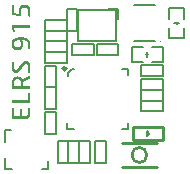
<source format=gto>
G04*
G04 #@! TF.GenerationSoftware,Altium Limited,Altium Designer,20.0.1 (14)*
G04*
G04 Layer_Color=65535*
%FSLAX44Y44*%
%MOMM*%
G71*
G01*
G75*
%ADD10C,0.2540*%
%ADD11C,0.1000*%
%ADD12C,0.1800*%
%ADD13C,0.1778*%
%ADD14C,0.1524*%
%ADD15C,0.2200*%
%ADD16C,0.1500*%
%ADD17C,0.2032*%
G36*
X20483Y146774D02*
X20603D01*
X20747Y146762D01*
X20903Y146750D01*
X21071Y146738D01*
X21444Y146678D01*
X21840Y146606D01*
X22237Y146498D01*
X22609Y146354D01*
X22621D01*
X22657Y146330D01*
X22705Y146306D01*
X22765Y146270D01*
X22850Y146234D01*
X22946Y146174D01*
X23162Y146041D01*
X23414Y145873D01*
X23666Y145669D01*
X23919Y145429D01*
X24159Y145153D01*
X24171Y145140D01*
X24183Y145116D01*
X24219Y145080D01*
X24255Y145020D01*
X24303Y144948D01*
X24363Y144852D01*
X24423Y144756D01*
X24483Y144636D01*
X24555Y144516D01*
X24628Y144372D01*
X24760Y144059D01*
X24892Y143711D01*
X25000Y143326D01*
Y143314D01*
X25012Y143278D01*
X25024Y143218D01*
X25036Y143146D01*
X25060Y143038D01*
X25084Y142918D01*
X25108Y142786D01*
X25120Y142641D01*
X25144Y142473D01*
X25168Y142293D01*
X25192Y142089D01*
X25216Y141885D01*
X25240Y141440D01*
X25252Y140971D01*
Y140659D01*
X25240Y140539D01*
Y140251D01*
X25216Y139914D01*
X25192Y139542D01*
X25168Y139157D01*
X25120Y138785D01*
Y138773D01*
X25108Y138737D01*
Y138689D01*
X25096Y138617D01*
X25084Y138521D01*
X25072Y138425D01*
X25048Y138304D01*
X25024Y138172D01*
X24976Y137872D01*
X24916Y137535D01*
X24832Y137175D01*
X24748Y136803D01*
X22922Y137019D01*
Y137031D01*
X22934Y137067D01*
X22946Y137115D01*
X22958Y137187D01*
X22982Y137271D01*
X23006Y137379D01*
X23030Y137487D01*
X23054Y137620D01*
X23114Y137908D01*
X23174Y138232D01*
X23234Y138569D01*
X23294Y138917D01*
Y138965D01*
X23306Y139013D01*
X23318Y139073D01*
X23330Y139157D01*
Y139265D01*
X23342Y139374D01*
X23354Y139506D01*
X23378Y139794D01*
X23402Y140119D01*
X23414Y140467D01*
X23426Y140839D01*
Y141032D01*
X23414Y141116D01*
Y141296D01*
X23402Y141512D01*
X23378Y141752D01*
X23306Y142245D01*
Y142257D01*
X23294Y142269D01*
Y142305D01*
X23282Y142353D01*
X23246Y142473D01*
X23198Y142629D01*
X23126Y142798D01*
X23042Y142990D01*
X22946Y143170D01*
X22825Y143350D01*
X22813Y143374D01*
X22765Y143422D01*
X22681Y143506D01*
X22573Y143615D01*
X22441Y143735D01*
X22273Y143855D01*
X22093Y143963D01*
X21876Y144071D01*
X21864D01*
X21852Y144083D01*
X21816Y144095D01*
X21768Y144107D01*
X21708Y144131D01*
X21636Y144155D01*
X21456Y144203D01*
X21240Y144251D01*
X20963Y144299D01*
X20663Y144324D01*
X20326Y144335D01*
X20315D01*
X20290D01*
X20242D01*
X20182D01*
X20110Y144324D01*
X20014D01*
X19810Y144299D01*
X19582Y144275D01*
X19341Y144227D01*
X19101Y144155D01*
X18873Y144071D01*
X18861D01*
X18849Y144059D01*
X18777Y144023D01*
X18669Y143963D01*
X18536Y143891D01*
X18392Y143783D01*
X18248Y143663D01*
X18092Y143518D01*
X17960Y143362D01*
X17948Y143338D01*
X17900Y143278D01*
X17839Y143194D01*
X17767Y143062D01*
X17695Y142906D01*
X17611Y142714D01*
X17539Y142509D01*
X17479Y142281D01*
Y142269D01*
X17467Y142257D01*
Y142221D01*
X17455Y142173D01*
X17431Y142041D01*
X17407Y141873D01*
X17383Y141656D01*
X17359Y141416D01*
X17335Y141152D01*
Y140599D01*
X17347Y140503D01*
Y140395D01*
X17359Y140155D01*
X17383Y139878D01*
X17407Y139566D01*
X17443Y139229D01*
Y139193D01*
X17455Y139145D01*
X17467Y139073D01*
Y139001D01*
X17479Y138905D01*
X17515Y138689D01*
X17539Y138436D01*
X17575Y138160D01*
X17623Y137872D01*
X17659Y137596D01*
X17059Y137019D01*
X9610Y137680D01*
Y146318D01*
X11532D01*
Y139602D01*
X15653Y139242D01*
Y139254D01*
X15641Y139302D01*
X15629Y139374D01*
X15617Y139482D01*
X15605Y139614D01*
X15593Y139758D01*
X15569Y139938D01*
X15557Y140142D01*
Y140167D01*
X15545Y140239D01*
Y140347D01*
X15533Y140491D01*
X15521Y140659D01*
Y140839D01*
X15509Y141224D01*
Y141440D01*
X15521Y141548D01*
Y141668D01*
X15533Y141812D01*
Y141981D01*
X15569Y142329D01*
X15605Y142714D01*
X15665Y143110D01*
X15749Y143495D01*
Y143506D01*
X15761Y143543D01*
X15773Y143591D01*
X15797Y143663D01*
X15821Y143759D01*
X15845Y143855D01*
X15893Y143975D01*
X15929Y144095D01*
X16037Y144372D01*
X16170Y144660D01*
X16338Y144960D01*
X16530Y145237D01*
Y145249D01*
X16554Y145273D01*
X16590Y145309D01*
X16626Y145357D01*
X16746Y145489D01*
X16914Y145657D01*
X17119Y145837D01*
X17371Y146030D01*
X17659Y146210D01*
X17984Y146378D01*
X17996D01*
X18020Y146390D01*
X18080Y146414D01*
X18152Y146438D01*
X18236Y146474D01*
X18344Y146510D01*
X18464Y146546D01*
X18608Y146582D01*
X18765Y146618D01*
X18945Y146654D01*
X19125Y146690D01*
X19329Y146726D01*
X19546Y146750D01*
X19762Y146774D01*
X20254Y146786D01*
X20266D01*
X20315D01*
X20387D01*
X20483Y146774D01*
D02*
G37*
G36*
X25000Y127311D02*
X11700D01*
X12601Y123791D01*
X10655D01*
X9610Y127744D01*
Y129654D01*
X25000D01*
Y127311D01*
D02*
G37*
G36*
X17587Y119226D02*
X17780D01*
X18008Y119214D01*
X18260Y119202D01*
X18548Y119178D01*
X18837Y119154D01*
X19149Y119130D01*
X19798Y119046D01*
X20435Y118926D01*
X20747Y118853D01*
X21047Y118769D01*
X21059D01*
X21119Y118745D01*
X21191Y118721D01*
X21300Y118685D01*
X21432Y118637D01*
X21588Y118577D01*
X21756Y118505D01*
X21936Y118433D01*
X22333Y118241D01*
X22753Y118012D01*
X23162Y117748D01*
X23354Y117592D01*
X23534Y117436D01*
X23546Y117424D01*
X23570Y117400D01*
X23618Y117352D01*
X23691Y117280D01*
X23763Y117195D01*
X23847Y117099D01*
X23943Y116979D01*
X24051Y116847D01*
X24159Y116703D01*
X24267Y116535D01*
X24387Y116366D01*
X24495Y116174D01*
X24700Y115766D01*
X24784Y115549D01*
X24868Y115321D01*
Y115309D01*
X24880Y115261D01*
X24904Y115201D01*
X24928Y115105D01*
X24952Y114985D01*
X24988Y114841D01*
X25024Y114684D01*
X25060Y114504D01*
X25096Y114300D01*
X25132Y114084D01*
X25168Y113855D01*
X25192Y113615D01*
X25216Y113351D01*
X25240Y113087D01*
X25252Y112522D01*
Y112294D01*
X25240Y112198D01*
Y111969D01*
X25228Y111693D01*
X25204Y111381D01*
X25168Y111044D01*
X25132Y110684D01*
Y110636D01*
X25120Y110588D01*
X25108Y110515D01*
X25096Y110431D01*
X25084Y110335D01*
X25072Y110227D01*
X25048Y110107D01*
X25012Y109831D01*
X24964Y109530D01*
X24904Y109218D01*
X24844Y108906D01*
X22994Y109170D01*
Y109182D01*
X23006Y109206D01*
Y109254D01*
X23018Y109302D01*
X23042Y109374D01*
X23054Y109470D01*
X23078Y109566D01*
X23102Y109675D01*
X23150Y109927D01*
X23198Y110203D01*
X23258Y110515D01*
X23306Y110840D01*
Y110876D01*
X23318Y110924D01*
X23330Y110996D01*
Y111068D01*
X23342Y111164D01*
X23354Y111272D01*
X23366Y111393D01*
X23390Y111645D01*
X23402Y111933D01*
X23426Y112234D01*
Y112714D01*
X23414Y112798D01*
Y112906D01*
X23402Y113014D01*
X23390Y113147D01*
X23366Y113423D01*
X23330Y113711D01*
X23270Y114024D01*
X23186Y114324D01*
Y114336D01*
X23174Y114360D01*
X23162Y114396D01*
X23138Y114456D01*
X23114Y114528D01*
X23078Y114600D01*
X22994Y114793D01*
X22885Y114997D01*
X22741Y115225D01*
X22573Y115441D01*
X22369Y115658D01*
X22357Y115670D01*
X22345Y115682D01*
X22309Y115706D01*
X22261Y115742D01*
X22201Y115790D01*
X22141Y115850D01*
X21960Y115970D01*
X21732Y116102D01*
X21468Y116234D01*
X21168Y116366D01*
X20819Y116487D01*
X20807D01*
X20771Y116499D01*
X20723Y116511D01*
X20639Y116535D01*
X20555Y116559D01*
X20435Y116583D01*
X20302Y116607D01*
X20146Y116643D01*
X19990Y116667D01*
X19798Y116691D01*
X19606Y116715D01*
X19389Y116739D01*
X19161Y116763D01*
X18921Y116775D01*
X18669Y116787D01*
X18404D01*
Y116775D01*
X18416Y116751D01*
X18428Y116715D01*
X18440Y116655D01*
X18464Y116583D01*
X18488Y116499D01*
X18512Y116414D01*
X18548Y116306D01*
X18608Y116054D01*
X18669Y115778D01*
X18741Y115465D01*
X18801Y115141D01*
Y115129D01*
X18813Y115105D01*
Y115057D01*
X18825Y114985D01*
X18837Y114901D01*
X18849Y114805D01*
X18861Y114697D01*
X18873Y114576D01*
X18909Y114300D01*
X18933Y113988D01*
X18945Y113651D01*
X18957Y113303D01*
Y113195D01*
X18945Y113075D01*
Y112906D01*
X18921Y112702D01*
X18897Y112474D01*
X18873Y112210D01*
X18825Y111933D01*
X18765Y111633D01*
X18705Y111333D01*
X18621Y111020D01*
X18512Y110708D01*
X18392Y110395D01*
X18260Y110095D01*
X18092Y109807D01*
X17912Y109542D01*
X17900Y109530D01*
X17864Y109482D01*
X17803Y109422D01*
X17707Y109338D01*
X17587Y109230D01*
X17455Y109122D01*
X17275Y108990D01*
X17083Y108870D01*
X16854Y108749D01*
X16602Y108617D01*
X16314Y108509D01*
X16001Y108413D01*
X15665Y108317D01*
X15293Y108257D01*
X14884Y108209D01*
X14452Y108197D01*
X14440D01*
X14427D01*
X14391D01*
X14343D01*
X14223Y108209D01*
X14067Y108221D01*
X13863Y108245D01*
X13635Y108269D01*
X13382Y108317D01*
X13106Y108377D01*
X12818Y108449D01*
X12517Y108533D01*
X12205Y108653D01*
X11892Y108785D01*
X11592Y108942D01*
X11292Y109134D01*
X11004Y109350D01*
X10739Y109590D01*
X10727Y109602D01*
X10679Y109650D01*
X10607Y109735D01*
X10523Y109855D01*
X10427Y109999D01*
X10307Y110167D01*
X10187Y110371D01*
X10054Y110612D01*
X9922Y110876D01*
X9802Y111176D01*
X9682Y111501D01*
X9586Y111849D01*
X9490Y112234D01*
X9430Y112642D01*
X9381Y113075D01*
X9370Y113543D01*
Y113675D01*
X9381Y113783D01*
Y113904D01*
X9394Y114048D01*
X9406Y114204D01*
X9418Y114384D01*
X9442Y114564D01*
X9478Y114756D01*
X9550Y115177D01*
X9658Y115597D01*
X9802Y116006D01*
Y116018D01*
X9826Y116054D01*
X9850Y116114D01*
X9886Y116186D01*
X9934Y116282D01*
X9982Y116378D01*
X10054Y116499D01*
X10138Y116631D01*
X10331Y116919D01*
X10559Y117207D01*
X10847Y117508D01*
X11172Y117796D01*
X11184Y117808D01*
X11220Y117832D01*
X11268Y117868D01*
X11340Y117916D01*
X11436Y117976D01*
X11544Y118048D01*
X11676Y118120D01*
X11820Y118205D01*
X11989Y118289D01*
X12181Y118373D01*
X12373Y118469D01*
X12589Y118553D01*
X12818Y118649D01*
X13070Y118733D01*
X13322Y118805D01*
X13599Y118877D01*
X13611D01*
X13671Y118889D01*
X13743Y118913D01*
X13863Y118938D01*
X14007Y118961D01*
X14175Y118998D01*
X14379Y119022D01*
X14608Y119058D01*
X14848Y119094D01*
X15124Y119130D01*
X15425Y119154D01*
X15737Y119178D01*
X16085Y119202D01*
X16434Y119226D01*
X16806Y119238D01*
X17203D01*
X17215D01*
X17227D01*
X17263D01*
X17299D01*
X17419D01*
X17587Y119226D01*
D02*
G37*
G36*
X21720Y99198D02*
X21828Y99186D01*
X21936Y99174D01*
X22069Y99162D01*
X22345Y99114D01*
X22645Y99054D01*
X22946Y98958D01*
X23234Y98826D01*
X23246D01*
X23270Y98814D01*
X23306Y98790D01*
X23354Y98754D01*
X23486Y98670D01*
X23654Y98549D01*
X23847Y98393D01*
X24039Y98213D01*
X24243Y97997D01*
X24423Y97744D01*
Y97732D01*
X24447Y97708D01*
X24459Y97672D01*
X24495Y97624D01*
X24531Y97552D01*
X24580Y97480D01*
X24615Y97384D01*
X24664Y97276D01*
X24772Y97036D01*
X24880Y96747D01*
X24976Y96435D01*
X25060Y96074D01*
Y96062D01*
X25072Y96026D01*
Y95978D01*
X25084Y95906D01*
X25108Y95810D01*
X25120Y95702D01*
X25132Y95570D01*
X25156Y95438D01*
X25168Y95281D01*
X25192Y95113D01*
X25216Y94753D01*
X25240Y94344D01*
X25252Y93912D01*
Y93672D01*
X25240Y93539D01*
Y93383D01*
X25228Y93215D01*
X25216Y93035D01*
X25204Y92831D01*
X25192Y92614D01*
X25144Y92158D01*
X25072Y91689D01*
X24988Y91221D01*
Y91209D01*
X24976Y91161D01*
X24964Y91101D01*
X24940Y91017D01*
X24916Y90908D01*
X24892Y90788D01*
X24856Y90644D01*
X24820Y90488D01*
X24736Y90163D01*
X24652Y89803D01*
X24555Y89455D01*
X24447Y89106D01*
X22645Y89407D01*
Y89419D01*
X22657Y89443D01*
X22669Y89491D01*
X22693Y89563D01*
X22717Y89647D01*
X22741Y89743D01*
X22765Y89863D01*
X22801Y89983D01*
X22837Y90127D01*
X22885Y90284D01*
X22970Y90632D01*
X23066Y91017D01*
X23162Y91425D01*
Y91437D01*
X23174Y91473D01*
X23186Y91545D01*
X23198Y91629D01*
X23222Y91725D01*
X23246Y91858D01*
X23270Y92002D01*
X23294Y92158D01*
X23318Y92338D01*
X23342Y92530D01*
X23366Y92734D01*
X23390Y92951D01*
X23414Y93407D01*
X23426Y93888D01*
Y94008D01*
X23414Y94092D01*
Y94200D01*
X23402Y94320D01*
X23390Y94452D01*
X23378Y94597D01*
X23342Y94921D01*
X23270Y95258D01*
X23186Y95594D01*
X23066Y95906D01*
Y95918D01*
X23042Y95942D01*
X23030Y95978D01*
X22994Y96038D01*
X22898Y96159D01*
X22753Y96315D01*
X22657Y96387D01*
X22561Y96459D01*
X22453Y96519D01*
X22321Y96591D01*
X22177Y96639D01*
X22020Y96675D01*
X21852Y96699D01*
X21672Y96711D01*
X21660D01*
X21636D01*
X21600D01*
X21552Y96699D01*
X21480D01*
X21408Y96687D01*
X21228Y96639D01*
X21023Y96567D01*
X20795Y96471D01*
X20543Y96327D01*
X20423Y96231D01*
X20302Y96135D01*
X20290Y96123D01*
X20278Y96110D01*
X20242Y96074D01*
X20194Y96038D01*
X20062Y95906D01*
X19894Y95750D01*
X19702Y95534D01*
X19485Y95294D01*
X19257Y95017D01*
X19029Y94705D01*
X19017Y94693D01*
X19005Y94669D01*
X18969Y94621D01*
X18921Y94549D01*
X18861Y94477D01*
X18801Y94381D01*
X18717Y94272D01*
X18633Y94152D01*
X18440Y93876D01*
X18224Y93552D01*
X17996Y93215D01*
X17755Y92843D01*
X17743Y92831D01*
X17731Y92795D01*
X17695Y92746D01*
X17647Y92674D01*
X17587Y92590D01*
X17515Y92482D01*
X17431Y92362D01*
X17347Y92242D01*
X17143Y91954D01*
X16914Y91641D01*
X16662Y91305D01*
X16398Y90980D01*
X16386Y90968D01*
X16362Y90944D01*
X16326Y90896D01*
X16278Y90836D01*
X16206Y90764D01*
X16121Y90680D01*
X15941Y90476D01*
X15713Y90248D01*
X15449Y90007D01*
X15172Y89779D01*
X14872Y89551D01*
X14860D01*
X14836Y89527D01*
X14788Y89503D01*
X14728Y89467D01*
X14656Y89419D01*
X14560Y89370D01*
X14452Y89323D01*
X14343Y89274D01*
X14067Y89166D01*
X13767Y89070D01*
X13418Y89010D01*
X13238Y88998D01*
X13058Y88986D01*
X13046D01*
X13010D01*
X12962D01*
X12878Y88998D01*
X12794D01*
X12685Y89010D01*
X12577Y89022D01*
X12445Y89046D01*
X12169Y89094D01*
X11881Y89178D01*
X11592Y89286D01*
X11316Y89431D01*
X11304D01*
X11280Y89455D01*
X11244Y89479D01*
X11196Y89515D01*
X11063Y89611D01*
X10907Y89755D01*
X10727Y89923D01*
X10535Y90139D01*
X10343Y90380D01*
X10174Y90644D01*
Y90656D01*
X10150Y90680D01*
X10138Y90728D01*
X10102Y90776D01*
X10066Y90848D01*
X10030Y90944D01*
X9982Y91040D01*
X9934Y91161D01*
X9886Y91281D01*
X9838Y91425D01*
X9730Y91725D01*
X9634Y92074D01*
X9562Y92446D01*
Y92458D01*
X9550Y92494D01*
X9538Y92554D01*
X9526Y92626D01*
X9514Y92723D01*
X9502Y92843D01*
X9478Y92975D01*
X9466Y93119D01*
X9442Y93275D01*
X9430Y93455D01*
X9394Y93828D01*
X9381Y94248D01*
X9370Y94681D01*
Y95005D01*
X9381Y95161D01*
Y95342D01*
X9394Y95534D01*
X9406Y95738D01*
Y95834D01*
X9418Y95942D01*
X9430Y96074D01*
X9442Y96243D01*
X9454Y96423D01*
X9490Y96807D01*
Y96831D01*
X9502Y96891D01*
X9514Y97000D01*
X9526Y97132D01*
X9538Y97276D01*
X9562Y97432D01*
X9610Y97768D01*
Y97793D01*
X9622Y97840D01*
X9634Y97925D01*
X9658Y98033D01*
X9670Y98153D01*
X9694Y98285D01*
X9742Y98537D01*
X11592Y98333D01*
Y98321D01*
X11580Y98273D01*
X11568Y98201D01*
X11544Y98105D01*
X11532Y97985D01*
X11508Y97840D01*
X11484Y97684D01*
X11460Y97516D01*
Y97492D01*
X11448Y97432D01*
X11436Y97348D01*
X11412Y97228D01*
X11400Y97084D01*
X11376Y96916D01*
X11352Y96747D01*
X11328Y96555D01*
Y96531D01*
X11316Y96471D01*
X11304Y96375D01*
X11292Y96243D01*
X11280Y96098D01*
X11256Y95930D01*
X11244Y95750D01*
X11232Y95558D01*
Y95534D01*
X11220Y95474D01*
Y95378D01*
X11208Y95269D01*
Y95125D01*
X11196Y94981D01*
Y94429D01*
X11208Y94260D01*
Y94056D01*
X11220Y93840D01*
X11256Y93395D01*
Y93371D01*
X11268Y93299D01*
X11280Y93191D01*
X11304Y93059D01*
X11340Y92903D01*
X11388Y92734D01*
X11436Y92566D01*
X11508Y92398D01*
X11520Y92386D01*
X11544Y92326D01*
X11580Y92254D01*
X11640Y92170D01*
X11712Y92062D01*
X11796Y91954D01*
X11904Y91858D01*
X12025Y91761D01*
X12037Y91749D01*
X12085Y91725D01*
X12157Y91689D01*
X12253Y91653D01*
X12385Y91605D01*
X12529Y91569D01*
X12697Y91545D01*
X12890Y91533D01*
X12902D01*
X12914D01*
X12950D01*
X12998Y91545D01*
X13118Y91569D01*
X13274Y91605D01*
X13454Y91677D01*
X13671Y91773D01*
X13887Y91917D01*
X13995Y92002D01*
X14103Y92098D01*
X14115Y92110D01*
X14127Y92122D01*
X14163Y92158D01*
X14199Y92194D01*
X14319Y92326D01*
X14463Y92482D01*
X14632Y92687D01*
X14836Y92939D01*
X15040Y93215D01*
X15257Y93515D01*
X15268Y93527D01*
X15280Y93552D01*
X15317Y93600D01*
X15353Y93660D01*
X15413Y93744D01*
X15473Y93840D01*
X15545Y93948D01*
X15629Y94068D01*
X15809Y94344D01*
X16013Y94657D01*
X16230Y95005D01*
X16470Y95366D01*
X16482Y95378D01*
X16494Y95414D01*
X16530Y95462D01*
X16578Y95534D01*
X16638Y95618D01*
X16710Y95726D01*
X16794Y95846D01*
X16878Y95966D01*
X17083Y96255D01*
X17323Y96567D01*
X17575Y96891D01*
X17852Y97216D01*
X17864Y97228D01*
X17888Y97252D01*
X17924Y97300D01*
X17984Y97360D01*
X18044Y97432D01*
X18128Y97516D01*
X18224Y97612D01*
X18332Y97708D01*
X18572Y97937D01*
X18849Y98177D01*
X19161Y98405D01*
X19485Y98633D01*
X19497Y98645D01*
X19521Y98658D01*
X19570Y98681D01*
X19642Y98730D01*
X19726Y98766D01*
X19822Y98814D01*
X19942Y98874D01*
X20062Y98922D01*
X20206Y98982D01*
X20363Y99030D01*
X20687Y99126D01*
X21059Y99186D01*
X21252Y99198D01*
X21456Y99210D01*
X21468D01*
X21504D01*
X21552D01*
X21636D01*
X21720Y99198D01*
D02*
G37*
G36*
X25000Y84096D02*
X21744Y82883D01*
X21732D01*
X21720Y82871D01*
X21648Y82847D01*
X21540Y82811D01*
X21408Y82751D01*
X21252Y82691D01*
X21083Y82606D01*
X20735Y82438D01*
X20711Y82426D01*
X20663Y82402D01*
X20567Y82354D01*
X20459Y82282D01*
X20338Y82198D01*
X20206Y82114D01*
X20074Y82006D01*
X19942Y81886D01*
X19930Y81874D01*
X19882Y81826D01*
X19822Y81754D01*
X19750Y81669D01*
X19666Y81549D01*
X19582Y81417D01*
X19497Y81261D01*
X19425Y81093D01*
X19413Y81069D01*
X19389Y81009D01*
X19365Y80913D01*
X19329Y80780D01*
X19293Y80624D01*
X19257Y80432D01*
X19245Y80216D01*
X19233Y79987D01*
Y79639D01*
X19221Y79471D01*
Y79062D01*
X19209Y78846D01*
Y78786D01*
X19197Y78750D01*
X19185Y78630D01*
X19173Y78474D01*
X19149Y78293D01*
X19125Y78089D01*
X19089Y77861D01*
X19053Y77633D01*
X25000D01*
Y75206D01*
X9610D01*
Y80420D01*
X9622Y80552D01*
Y80696D01*
X9634Y80864D01*
Y81045D01*
X9658Y81237D01*
X9670Y81441D01*
X9706Y81874D01*
X9766Y82306D01*
X9850Y82727D01*
Y82739D01*
X9862Y82775D01*
X9874Y82835D01*
X9898Y82907D01*
X9922Y83003D01*
X9946Y83111D01*
X9994Y83243D01*
X10030Y83375D01*
X10138Y83664D01*
X10271Y83976D01*
X10439Y84289D01*
X10631Y84577D01*
X10643Y84589D01*
X10655Y84613D01*
X10691Y84649D01*
X10727Y84697D01*
X10859Y84829D01*
X11027Y84997D01*
X11232Y85178D01*
X11484Y85358D01*
X11784Y85538D01*
X12109Y85694D01*
X12121D01*
X12145Y85706D01*
X12205Y85730D01*
X12277Y85754D01*
X12361Y85778D01*
X12469Y85814D01*
X12589Y85850D01*
X12734Y85886D01*
X12890Y85910D01*
X13070Y85947D01*
X13250Y85983D01*
X13454Y86007D01*
X13671Y86031D01*
X13887Y86055D01*
X14379Y86067D01*
X14391D01*
X14416D01*
X14463D01*
X14536D01*
X14620Y86055D01*
X14704D01*
X14932Y86043D01*
X15184Y86007D01*
X15449Y85970D01*
X15725Y85910D01*
X15989Y85826D01*
X16001D01*
X16013Y85814D01*
X16049Y85802D01*
X16109Y85790D01*
X16230Y85730D01*
X16398Y85658D01*
X16578Y85574D01*
X16770Y85466D01*
X16975Y85346D01*
X17167Y85202D01*
X17191Y85190D01*
X17251Y85129D01*
X17335Y85045D01*
X17443Y84937D01*
X17575Y84793D01*
X17707Y84637D01*
X17839Y84457D01*
X17972Y84264D01*
X17984Y84241D01*
X18020Y84168D01*
X18080Y84060D01*
X18164Y83916D01*
X18248Y83736D01*
X18332Y83532D01*
X18416Y83315D01*
X18500Y83075D01*
Y83087D01*
X18512Y83111D01*
X18536Y83159D01*
X18560Y83219D01*
X18596Y83291D01*
X18633Y83375D01*
X18741Y83556D01*
X18885Y83772D01*
X19053Y83988D01*
X19245Y84192D01*
X19474Y84385D01*
X19485D01*
X19497Y84409D01*
X19546Y84433D01*
X19594Y84469D01*
X19654Y84505D01*
X19738Y84553D01*
X19822Y84613D01*
X19930Y84673D01*
X20050Y84733D01*
X20182Y84805D01*
X20326Y84877D01*
X20471Y84949D01*
X20819Y85093D01*
X21203Y85250D01*
X25000Y86619D01*
Y84096D01*
D02*
G37*
G36*
Y63300D02*
X9610D01*
Y65727D01*
X23174D01*
Y72298D01*
X25000D01*
Y63300D01*
D02*
G37*
G36*
Y54337D02*
X24988Y54229D01*
Y54085D01*
X24976Y53917D01*
X24952Y53712D01*
X24928Y53484D01*
X24892Y53244D01*
X24844Y52991D01*
X24784Y52727D01*
X24724Y52451D01*
X24640Y52187D01*
X24531Y51910D01*
X24423Y51658D01*
X24291Y51406D01*
X24135Y51177D01*
X24123Y51165D01*
X24099Y51129D01*
X24039Y51069D01*
X23967Y50997D01*
X23871Y50901D01*
X23763Y50805D01*
X23618Y50697D01*
X23462Y50589D01*
X23282Y50481D01*
X23078Y50372D01*
X22850Y50276D01*
X22597Y50180D01*
X22321Y50108D01*
X22020Y50048D01*
X21696Y50012D01*
X21348Y50000D01*
X9610D01*
Y59227D01*
X11436D01*
Y52427D01*
X16206D01*
Y58554D01*
X18032D01*
Y52427D01*
X21372D01*
X21384D01*
X21420D01*
X21468D01*
X21540Y52439D01*
X21624D01*
X21720Y52463D01*
X21936Y52499D01*
X22165Y52571D01*
X22405Y52667D01*
X22609Y52811D01*
X22705Y52895D01*
X22789Y52991D01*
Y53004D01*
X22801Y53016D01*
X22825Y53052D01*
X22850Y53100D01*
X22873Y53148D01*
X22910Y53220D01*
X22982Y53400D01*
X23054Y53616D01*
X23114Y53881D01*
X23162Y54181D01*
X23174Y54529D01*
Y59527D01*
X25000D01*
Y54337D01*
D02*
G37*
%LPC*%
G36*
X16506Y116787D02*
X16494D01*
X16458D01*
X16410D01*
X16338D01*
X16254D01*
X16145D01*
X16025Y116775D01*
X15905D01*
X15605Y116763D01*
X15280Y116751D01*
X14944Y116727D01*
X14584Y116691D01*
X14572D01*
X14536D01*
X14488Y116679D01*
X14427Y116667D01*
X14343Y116655D01*
X14247Y116643D01*
X14139Y116619D01*
X14019Y116607D01*
X13755Y116547D01*
X13466Y116463D01*
X13178Y116378D01*
X12890Y116258D01*
X12878D01*
X12854Y116246D01*
X12818Y116222D01*
X12770Y116198D01*
X12625Y116114D01*
X12457Y116006D01*
X12253Y115874D01*
X12049Y115706D01*
X11856Y115501D01*
X11664Y115273D01*
Y115261D01*
X11640Y115249D01*
X11616Y115201D01*
X11592Y115153D01*
X11556Y115093D01*
X11520Y115009D01*
X11472Y114913D01*
X11424Y114817D01*
X11388Y114697D01*
X11340Y114564D01*
X11304Y114420D01*
X11268Y114264D01*
X11220Y113916D01*
X11196Y113531D01*
Y113399D01*
X11208Y113315D01*
X11220Y113195D01*
X11244Y113062D01*
X11268Y112918D01*
X11304Y112762D01*
X11352Y112594D01*
X11412Y112426D01*
X11472Y112246D01*
X11556Y112065D01*
X11664Y111885D01*
X11772Y111717D01*
X11904Y111549D01*
X12061Y111393D01*
X12073Y111381D01*
X12097Y111356D01*
X12145Y111320D01*
X12217Y111272D01*
X12301Y111212D01*
X12409Y111140D01*
X12529Y111068D01*
X12673Y110996D01*
X12830Y110924D01*
X12998Y110852D01*
X13190Y110780D01*
X13394Y110720D01*
X13623Y110672D01*
X13863Y110636D01*
X14115Y110612D01*
X14379Y110600D01*
X14391D01*
X14452D01*
X14524D01*
X14632Y110612D01*
X14752Y110624D01*
X14896Y110636D01*
X15052Y110660D01*
X15220Y110684D01*
X15569Y110768D01*
X15749Y110828D01*
X15917Y110900D01*
X16085Y110972D01*
X16242Y111068D01*
X16386Y111176D01*
X16506Y111297D01*
X16518Y111308D01*
X16530Y111333D01*
X16566Y111369D01*
X16602Y111429D01*
X16650Y111513D01*
X16698Y111597D01*
X16746Y111717D01*
X16806Y111837D01*
X16866Y111981D01*
X16914Y112149D01*
X16962Y112330D01*
X17011Y112534D01*
X17047Y112750D01*
X17083Y112991D01*
X17095Y113243D01*
X17107Y113519D01*
Y113723D01*
X17095Y113807D01*
Y113904D01*
X17083Y114012D01*
X17071Y114252D01*
X17035Y114528D01*
X16998Y114829D01*
X16951Y115141D01*
Y115153D01*
X16939Y115177D01*
Y115225D01*
X16914Y115285D01*
X16902Y115369D01*
X16878Y115465D01*
X16830Y115682D01*
X16770Y115934D01*
X16686Y116210D01*
X16602Y116499D01*
X16506Y116787D01*
D02*
G37*
G36*
X14379Y83616D02*
X14367D01*
X14343D01*
X14295D01*
X14235D01*
X14163D01*
X14067Y83604D01*
X13875Y83592D01*
X13647Y83568D01*
X13406Y83532D01*
X13166Y83484D01*
X12938Y83412D01*
X12926D01*
X12914Y83399D01*
X12842Y83375D01*
X12745Y83327D01*
X12613Y83267D01*
X12469Y83183D01*
X12313Y83075D01*
X12169Y82943D01*
X12037Y82799D01*
X12025Y82775D01*
X11977Y82727D01*
X11929Y82631D01*
X11856Y82510D01*
X11772Y82354D01*
X11700Y82174D01*
X11628Y81958D01*
X11568Y81729D01*
Y81718D01*
X11556Y81706D01*
Y81669D01*
X11544Y81609D01*
X11532Y81549D01*
X11520Y81477D01*
X11496Y81297D01*
X11472Y81069D01*
X11460Y80804D01*
X11436Y80504D01*
Y77633D01*
X17227D01*
Y77657D01*
X17239Y77693D01*
X17251Y77741D01*
X17263Y77873D01*
X17287Y78041D01*
X17323Y78233D01*
X17347Y78450D01*
X17371Y78678D01*
X17395Y78906D01*
Y79014D01*
X17407Y79134D01*
Y79291D01*
X17419Y79471D01*
Y79663D01*
X17431Y80084D01*
Y80264D01*
X17419Y80396D01*
X17407Y80564D01*
X17395Y80744D01*
X17371Y80937D01*
X17335Y81153D01*
X17251Y81609D01*
X17191Y81838D01*
X17119Y82066D01*
X17035Y82270D01*
X16939Y82474D01*
X16830Y82667D01*
X16698Y82823D01*
X16686Y82835D01*
X16662Y82859D01*
X16614Y82895D01*
X16554Y82943D01*
X16482Y83003D01*
X16374Y83075D01*
X16266Y83147D01*
X16134Y83219D01*
X15977Y83291D01*
X15809Y83363D01*
X15617Y83435D01*
X15401Y83496D01*
X15172Y83544D01*
X14932Y83580D01*
X14668Y83604D01*
X14379Y83616D01*
D02*
G37*
%LPD*%
D10*
X123845Y19500D02*
G03*
X123845Y19500I-6350J0D01*
G01*
X55580Y92658D02*
G03*
X55580Y92658I-1524J0D01*
G01*
X102495Y29500D02*
X132495D01*
X102495Y9500D02*
X132495D01*
D11*
X135500Y116000D02*
G03*
X135500Y116000I-500J0D01*
G01*
D12*
X37500Y115750D02*
Y124750D01*
X56000D01*
X37500Y115750D02*
X56000D01*
Y124750D01*
X37500Y97750D02*
Y106750D01*
X56000D01*
X37500Y97750D02*
X56000D01*
Y106750D01*
X137367Y56500D02*
Y65500D01*
X118867Y56500D02*
X137367D01*
X118867Y65500D02*
X137367D01*
X118867Y56500D02*
Y65500D01*
X137250Y86500D02*
Y95500D01*
X118750Y86500D02*
X137250D01*
X118750Y95500D02*
X137250D01*
X118750Y86500D02*
Y95500D01*
X80250Y13000D02*
X89250D01*
X80250D02*
Y31500D01*
X89250Y13000D02*
Y31500D01*
X80250D02*
X89250D01*
X37500Y76750D02*
X46500D01*
X46500Y58250D01*
X37500D02*
Y76750D01*
Y58250D02*
X46500D01*
X37500Y76750D02*
X46500Y76750D01*
X37500Y76750D02*
Y95250D01*
X46500D02*
X46500Y76750D01*
X37500Y95250D02*
X46500D01*
X37500Y56000D02*
X46500D01*
Y37500D02*
Y56000D01*
X37500Y37500D02*
Y56000D01*
Y37500D02*
X46500D01*
X37500Y106750D02*
Y115750D01*
X56000D01*
X37500Y106750D02*
X56000D01*
Y115750D01*
Y124750D02*
Y133750D01*
X37500Y124750D02*
X56000D01*
X37500Y133750D02*
X56000D01*
X37500Y124750D02*
Y133750D01*
X60750Y104250D02*
Y113250D01*
X79250D01*
X60750Y104250D02*
X79250D01*
Y113250D01*
X124000Y36000D02*
X125750Y37750D01*
X124000Y39500D02*
X125750Y37750D01*
X124000Y36000D02*
Y39500D01*
X90644Y143220D02*
X99026D01*
Y134584D02*
Y142966D01*
X131000Y146250D02*
X131000Y146750D01*
X113000Y146250D02*
Y146750D01*
X131000Y116250D02*
X131000Y115750D01*
X113000Y115750D02*
Y116250D01*
Y115750D02*
X131000Y115750D01*
X113000Y146750D02*
X131000Y146750D01*
X137367Y74500D02*
Y83500D01*
X118867Y74500D02*
X137367D01*
X118867Y83500D02*
X137367D01*
X118867Y74500D02*
Y83500D01*
X137367Y65500D02*
Y74500D01*
X118867Y65500D02*
X137367D01*
X118867Y74500D02*
X137367D01*
X118867Y65500D02*
Y74500D01*
X48500Y13000D02*
X57500D01*
X48500D02*
Y31500D01*
X57500Y13000D02*
Y31500D01*
X48500D02*
X57500D01*
X57500D02*
X66500D01*
Y13000D02*
Y31500D01*
X57500Y13000D02*
Y31500D01*
Y13000D02*
X66500D01*
X66750Y31500D02*
X75750D01*
Y13000D02*
Y31500D01*
X66750Y13000D02*
Y31500D01*
Y13000D02*
X75750D01*
X99750Y104250D02*
Y113250D01*
X81250Y104250D02*
X99750D01*
X81250Y113250D02*
X99750D01*
X81250Y104250D02*
Y113250D01*
X56000Y143250D02*
X65000D01*
Y124750D02*
Y143250D01*
X56000Y124750D02*
Y143250D01*
Y124750D02*
X65000D01*
D13*
X60152Y92150D02*
X61930D01*
X56723Y88721D02*
X60152Y92150D01*
X56723Y86816D02*
Y88721D01*
X56596Y41350D02*
Y46430D01*
Y41350D02*
X56723Y41223D01*
X61930D01*
X102570Y41350D02*
X107650D01*
X107777Y41477D01*
Y46684D01*
X107904Y87070D02*
Y92150D01*
X107777Y92277D02*
X107904Y92150D01*
X102570Y92277D02*
X107777D01*
D14*
X40427Y7752D02*
Y14864D01*
X35347Y7752D02*
X40427D01*
X4105Y30358D02*
Y40772D01*
X9185Y40772D01*
X4105Y7752D02*
Y16642D01*
Y7752D02*
X9439D01*
X124250Y102464D02*
Y107036D01*
X123488Y104750D02*
X124250D01*
X125012D01*
X146714Y131250D02*
X151286D01*
X149000D02*
Y132012D01*
Y131250D02*
X149000Y130488D01*
D15*
X112304Y43338D02*
X137196D01*
X112304Y32162D02*
Y43338D01*
X137196Y32162D02*
Y43338D01*
X112304Y32162D02*
X137196D01*
D16*
X97756Y116042D02*
Y142204D01*
X65244D02*
X97756D01*
X65244Y116042D02*
Y142204D01*
Y116042D02*
X97756D01*
D17*
X137249Y98249D02*
Y111249D01*
X111249Y98249D02*
Y111249D01*
X120440D01*
X111249Y98249D02*
X120440D01*
X128060Y111249D02*
X137249D01*
X128060Y98249D02*
X137249D01*
X142499Y118251D02*
X155499D01*
X142499Y144251D02*
X155499D01*
Y135060D02*
Y144251D01*
X142499Y135060D02*
Y144251D01*
X155499Y118251D02*
Y127440D01*
X142499Y118251D02*
Y127440D01*
M02*

</source>
